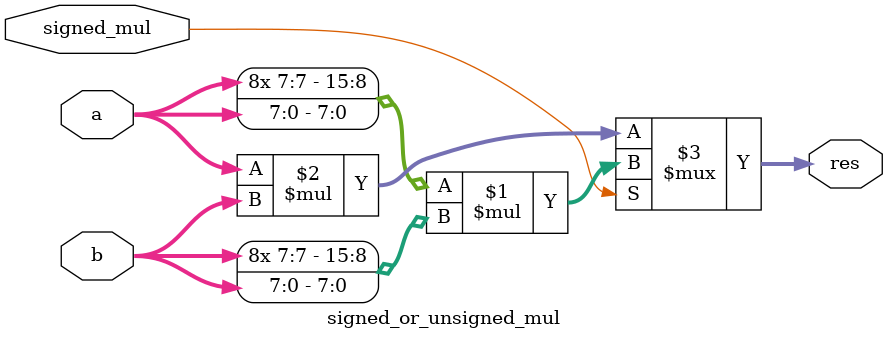
<source format=sv>


module signed_mul_4
(
  input  signed [3:0] a, b,
  output signed [7:0] res
);

  assign res = a * b;

endmodule

// A parameterized module
// that implements the unsigned multiplication of N-bit numbers
// which produces 2N-bit result

module unsigned_mul
# (
  parameter n = 8
)
(
  input  [    n - 1:0] a, b,
  output [2 * n - 1:0] res
);

  assign res = a * b;

endmodule

//----------------------------------------------------------------------------
// Task
//----------------------------------------------------------------------------

// Task:
//
// Implement a parameterized module
// that produces either signed or unsigned result
// of the multiplication depending on the 'signed_mul' input bit.

module signed_or_unsigned_mul
# (
  parameter n = 8
)
(
  input  [    n - 1:0] a, b,
  input                signed_mul,
  output [2 * n - 1:0] res
);

assign res = signed_mul ? {{n{a[n-1]}}, a} * {{n{b[n-1]}}, b}: a * b;

endmodule

</source>
